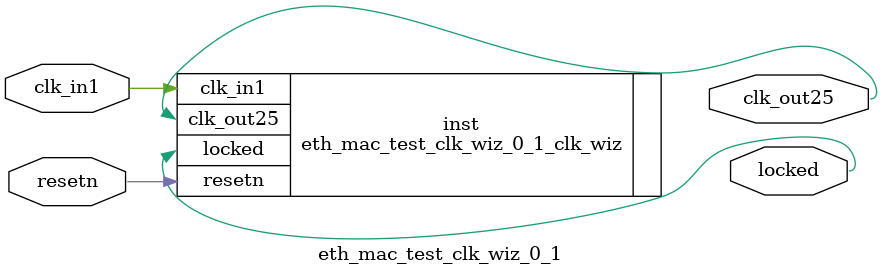
<source format=v>


`timescale 1ps/1ps

(* CORE_GENERATION_INFO = "eth_mac_test_clk_wiz_0_1,clk_wiz_v6_0_11_0_0,{component_name=eth_mac_test_clk_wiz_0_1,use_phase_alignment=true,use_min_o_jitter=false,use_max_i_jitter=false,use_dyn_phase_shift=false,use_inclk_switchover=false,use_dyn_reconfig=false,enable_axi=0,feedback_source=FDBK_AUTO,PRIMITIVE=MMCM,num_out_clk=1,clkin1_period=12.308,clkin2_period=10.0,use_power_down=false,use_reset=true,use_locked=true,use_inclk_stopped=false,feedback_type=SINGLE,CLOCK_MGR_TYPE=NA,manual_override=false}" *)

module eth_mac_test_clk_wiz_0_1 
 (
  // Clock out ports
  output        clk_out25,
  // Status and control signals
  input         resetn,
  output        locked,
 // Clock in ports
  input         clk_in1
 );

  eth_mac_test_clk_wiz_0_1_clk_wiz inst
  (
  // Clock out ports  
  .clk_out25(clk_out25),
  // Status and control signals               
  .resetn(resetn), 
  .locked(locked),
 // Clock in ports
  .clk_in1(clk_in1)
  );

endmodule

</source>
